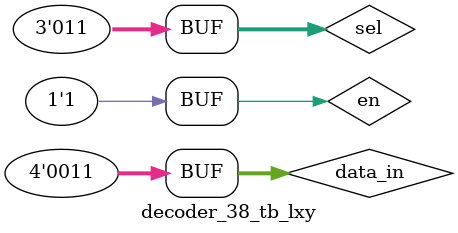
<source format=v>
`timescale 10ms/1ms
module decoder_38_tb_lxy();
reg [2:0] sel;
reg [3:0]   data_in;
reg en;
wire    [3:0]   data_out_0;
wire    [3:0]   data_out_1;
wire    [3:0]   data_out_2;
wire    [3:0]   data_out_3;
wire    [3:0]   data_out_4;
wire    [3:0]   data_out_5;
wire    [3:0]   data_out_6;
wire    [3:0]   data_out_7;

decoder_38_lxy U1(
sel,
data_in,
en,
    
data_out_0,
data_out_1,
data_out_2,
data_out_3,
data_out_4,
data_out_5,
data_out_6,
data_out_7
);

initial begin
/*设置初始状态*/
#0 en=1; #0 data_in=0; #0 sel=0;
/*验证en对data_in的控制作用*/
#1 en=0;
#2 data_in=1;
#3 en=1;
/*验证en对sel的控制作用*/
#4 en=0;
#5 sel=1;
#6 en=1;
/*验证data_in的传输作用*/
#7 data_in=2;
#8 data_in=3;
/*验证sel的片选作用*/
#9 sel=2;
#10 sel=3;
end
endmodule

</source>
